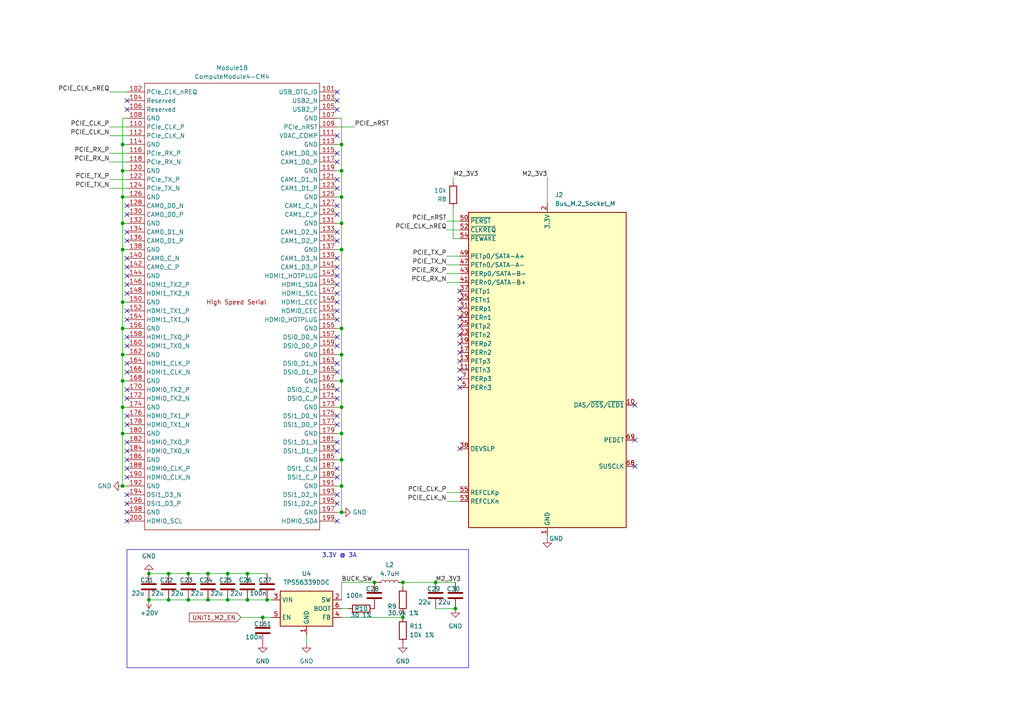
<source format=kicad_sch>
(kicad_sch (version 20231120) (generator "eeschema") (generator_version "8.0")
  (paper "A4")
  (lib_symbols
    (symbol "Connector:Bus_M.2_Socket_M"
      (property "Reference" "J" (at -22.86 46.99 0))
      (property "Value" "Bus_M.2_Socket_M" (at 16.51 46.99 0))
      (symbol "Bus_M.2_Socket_M_0_1"
        (rectangle (start -22.86 45.72) (end 22.86 -45.72) (stroke (width 0.254)) (fill (type background)))
      )
      (symbol "Bus_M.2_Socket_M_1_1"
        (pin power_in line (at 0 -48.26 90) (length 2.54) (name "GND") (number "1"))
        (pin bidirectional line (at 25.4 -10.16 180) (length 2.54) (name "DAS/~{DSS}/~{LED1}") (number "10"))
        (pin output line (at -25.4 0 0) (length 2.54) (name "PETn3") (number "11"))
        (pin passive line (at 0 48.26 270) (length 2.54) hide (name "3.3V") (number "12"))
        (pin output line (at -25.4 2.54 0) (length 2.54) (name "PETp3") (number "13"))
        (pin passive line (at 0 48.26 270) (length 2.54) hide (name "3.3V") (number "14"))
        (pin passive line (at 0 -48.26 90) (length 2.54) hide (name "GND") (number "15"))
        (pin passive line (at 0 48.26 270) (length 2.54) hide (name "3.3V") (number "16"))
        (pin input line (at -25.4 5.08 0) (length 2.54) (name "PERn2") (number "17"))
        (pin passive line (at 0 48.26 270) (length 2.54) hide (name "3.3V") (number "18"))
        (pin input line (at -25.4 7.62 0) (length 2.54) (name "PERp2") (number "19"))
        (pin power_in line (at 0 48.26 270) (length 2.54) (name "3.3V") (number "2"))
        (pin no_connect line (at 22.86 2.54 180) (length 2.54) hide (name "NC") (number "20"))
        (pin passive line (at 0 -48.26 90) (length 2.54) hide (name "GND") (number "21"))
        (pin no_connect line (at 22.86 5.08 180) (length 2.54) hide (name "NC") (number "22"))
        (pin output line (at -25.4 10.16 0) (length 2.54) (name "PETn2") (number "23"))
        (pin no_connect line (at 22.86 7.62 180) (length 2.54) hide (name "NC") (number "24"))
        (pin output line (at -25.4 12.7 0) (length 2.54) (name "PETp2") (number "25"))
        (pin no_connect line (at 22.86 10.16 180) (length 2.54) hide (name "NC") (number "26"))
        (pin passive line (at 0 -48.26 90) (length 2.54) hide (name "GND") (number "27"))
        (pin no_connect line (at 22.86 12.7 180) (length 2.54) hide (name "NC") (number "28"))
        (pin input line (at -25.4 15.24 0) (length 2.54) (name "PERn1") (number "29"))
        (pin passive line (at 0 -48.26 90) (length 2.54) hide (name "GND") (number "3"))
        (pin no_connect line (at 22.86 15.24 180) (length 2.54) hide (name "NC") (number "30"))
        (pin input line (at -25.4 17.78 0) (length 2.54) (name "PERp1") (number "31"))
        (pin no_connect line (at 22.86 17.78 180) (length 2.54) hide (name "NC") (number "32"))
        (pin passive line (at 0 -48.26 90) (length 2.54) hide (name "GND") (number "33"))
        (pin no_connect line (at 22.86 20.32 180) (length 2.54) hide (name "NC") (number "34"))
        (pin output line (at -25.4 20.32 0) (length 2.54) (name "PETn1") (number "35"))
        (pin no_connect line (at 22.86 22.86 180) (length 2.54) hide (name "NC") (number "36"))
        (pin output line (at -25.4 22.86 0) (length 2.54) (name "PETp1") (number "37"))
        (pin output line (at -25.4 -22.86 0) (length 2.54) (name "DEVSLP") (number "38"))
        (pin passive line (at 0 -48.26 90) (length 2.54) hide (name "GND") (number "39"))
        (pin passive line (at 0 48.26 270) (length 2.54) hide (name "3.3V") (number "4"))
        (pin no_connect line (at 22.86 25.4 180) (length 2.54) hide (name "NC") (number "40"))
        (pin input line (at -25.4 25.4 0) (length 2.54) (name "PERn0/SATA-B+") (number "41"))
        (pin no_connect line (at 22.86 27.94 180) (length 2.54) hide (name "NC") (number "42"))
        (pin input line (at -25.4 27.94 0) (length 2.54) (name "PERp0/SATA-B-") (number "43"))
        (pin no_connect line (at 22.86 30.48 180) (length 2.54) hide (name "NC") (number "44"))
        (pin passive line (at 0 -48.26 90) (length 2.54) hide (name "GND") (number "45"))
        (pin no_connect line (at 22.86 33.02 180) (length 2.54) hide (name "NC") (number "46"))
        (pin output line (at -25.4 30.48 0) (length 2.54) (name "PETn0/SATA-A-") (number "47"))
        (pin no_connect line (at 22.86 35.56 180) (length 2.54) hide (name "NC") (number "48"))
        (pin output line (at -25.4 33.02 0) (length 2.54) (name "PETp0/SATA-A+") (number "49"))
        (pin input line (at -25.4 -5.08 0) (length 2.54) (name "PERn3") (number "5"))
        (pin output line (at -25.4 43.18 0) (length 2.54) (name "~{PERST}") (number "50"))
        (pin passive line (at 0 -48.26 90) (length 2.54) hide (name "GND") (number "51"))
        (pin bidirectional line (at -25.4 40.64 0) (length 2.54) (name "~{CLKREQ}") (number "52"))
        (pin output line (at -25.4 -38.1 0) (length 2.54) (name "REFCLKn") (number "53"))
        (pin bidirectional line (at -25.4 38.1 0) (length 2.54) (name "~{PEWAKE}") (number "54"))
        (pin output line (at -25.4 -35.56 0) (length 2.54) (name "REFCLKp") (number "55"))
        (pin no_connect line (at 22.86 38.1 180) (length 2.54) hide (name "NC") (number "56"))
        (pin passive line (at 0 -48.26 90) (length 2.54) hide (name "GND") (number "57"))
        (pin no_connect line (at 22.86 40.64 180) (length 2.54) hide (name "NC") (number "58"))
        (pin no_connect line (at 22.86 -2.54 180) (length 2.54) hide (name "NC") (number "6"))
        (pin no_connect line (at 22.86 -5.08 180) (length 2.54) hide (name "NC") (number "67"))
        (pin output line (at 25.4 -27.94 180) (length 2.54) (name "SUSCLK") (number "68"))
        (pin passive line (at 25.4 -20.32 180) (length 2.54) (name "PEDET") (number "69"))
        (pin input line (at -25.4 -2.54 0) (length 2.54) (name "PERp3") (number "7"))
        (pin passive line (at 0 48.26 270) (length 2.54) hide (name "3.3V") (number "70"))
        (pin passive line (at 0 -48.26 90) (length 2.54) hide (name "GND") (number "71"))
        (pin passive line (at 0 48.26 270) (length 2.54) hide (name "3.3V") (number "72"))
        (pin passive line (at 0 -48.26 90) (length 2.54) hide (name "GND") (number "73"))
        (pin passive line (at 0 48.26 270) (length 2.54) hide (name "3.3V") (number "74"))
        (pin passive line (at 0 -48.26 90) (length 2.54) hide (name "GND") (number "75"))
        (pin no_connect line (at 22.86 0 180) (length 2.54) hide (name "NC") (number "8"))
        (pin passive line (at 0 -48.26 90) (length 2.54) hide (name "GND") (number "9"))
      )
    )
    (symbol "Device:C" (pin_numbers hide) (pin_names (offset 0.254))
      (property "Reference" "C" (at 0.635 2.54 0))
      (property "Value" "C" (at 0.635 -2.54 0))
      (symbol "C_0_1"
        (polyline (pts (xy -2.032 -0.762) (xy 2.032 -0.762)) (stroke (width 0.508)))
        (polyline (pts (xy -2.032 0.762) (xy 2.032 0.762)) (stroke (width 0.508)))
      )
      (symbol "C_1_1"
        (pin passive line (at 0 3.81 270) (length 2.794) (name "~") (number "1"))
        (pin passive line (at 0 -3.81 90) (length 2.794) (name "~") (number "2"))
      )
    )
    (symbol "Device:L" (pin_numbers hide) (pin_names (offset 1.016) hide)
      (property "Reference" "L" (at -1.27 0 90))
      (property "Value" "L" (at 1.905 0 90))
      (symbol "L_0_1"
        (arc (start 0 -2.54) (mid 0.6323 -1.905) (end 0 -1.27))
        (arc (start 0 -1.27) (mid 0.6323 -0.635) (end 0 0))
        (arc (start 0 0) (mid 0.6323 0.635) (end 0 1.27))
        (arc (start 0 1.27) (mid 0.6323 1.905) (end 0 2.54))
      )
      (symbol "L_1_1"
        (pin passive line (at 0 3.81 270) (length 1.27) (name "1") (number "1"))
        (pin passive line (at 0 -3.81 90) (length 1.27) (name "2") (number "2"))
      )
    )
    (symbol "Device:R" (pin_numbers hide) (pin_names (offset 0))
      (property "Reference" "R" (at 2.032 0 90))
      (property "Value" "R" (at 0 0 90))
      (symbol "R_0_1"
        (rectangle (start -1.016 -2.54) (end 1.016 2.54) (stroke (width 0.254)))
      )
      (symbol "R_1_1"
        (pin passive line (at 0 3.81 270) (length 1.27) (name "~") (number "1"))
        (pin passive line (at 0 -3.81 90) (length 1.27) (name "~") (number "2"))
      )
    )
    (symbol "Magi:+20V" (power) (pin_names (offset 0))
      (property "Value" "+20V" (at 0 3.556 0))
      (symbol "+20V_0_1"
        (polyline (pts (xy -0.762 1.27) (xy 0 2.54)))
        (polyline (pts (xy 0 0) (xy 0 2.54)))
        (polyline (pts (xy 0 2.54) (xy 0.762 1.27)))
      )
      (symbol "+20V_1_1"
        (pin power_in line (at 0 0 90) (length 0) hide (name "+20V") (number "1"))
      )
    )
    (symbol "Magi:ComputeModule4-CM4"
      (property "Reference" "Module" (at 113.03 -68.58 0))
      (property "Value" "ComputeModule4-CM4" (at 140.97 2.54 0))
      (property "Field4" "Hirose" (at 0 0 0))
      (property "Field5" "2x DF40C-100DS-0.4V" (at 0 -2.54 0))
      (symbol "ComputeModule4-CM4_1_0"
        (text "GPIO" (at 0 6.35 0) (effects (font (size 1.27 1.27))))
      )
      (symbol "ComputeModule4-CM4_1_1"
        (rectangle (start -30.48 -71.12) (end 25.4 58.42))
        (text "600mA Max" (at -8.89 -53.34 0) (effects (font (size 1.27 1.27))))
        (text "600mA Max" (at -8.89 -48.26 0) (effects (font (size 1.27 1.27))))
        (text "NB SD signals are only available" (at -1.27 -27.94 0) (effects (font (size 1.27 1.27))))
        (text "on modules without eMMC" (at -1.27 -30.48 0) (effects (font (size 1.27 1.27))))
        (pin power_in line (at 27.94 55.88 180) (length 2.54) (name "GND") (number "1"))
        (pin passive line (at -33.02 45.72 0) (length 2.54) (name "Ethernet_Pair0_N") (number "10"))
        (pin output line (at -33.02 -68.58 0) (length 2.54) (name "nEXTRST") (number "100"))
        (pin passive line (at 27.94 43.18 180) (length 2.54) (name "Ethernet_Pair2_P") (number "11"))
        (pin passive line (at -33.02 43.18 0) (length 2.54) (name "Ethernet_Pair0_P") (number "12"))
        (pin power_in line (at 27.94 40.64 180) (length 2.54) (name "GND") (number "13"))
        (pin power_in line (at -33.02 40.64 0) (length 2.54) (name "GND") (number "14"))
        (pin output line (at 27.94 38.1 180) (length 2.54) (name "Ethernet_nLED3(3.3v)") (number "15"))
        (pin input line (at -33.02 38.1 0) (length 2.54) (name "Ethernet_SYNC_IN(1.8v)") (number "16"))
        (pin output line (at 27.94 35.56 180) (length 2.54) (name "Ethernet_nLED2(3.3v)") (number "17"))
        (pin input line (at -33.02 35.56 0) (length 2.54) (name "Ethernet_SYNC_OUT(1.8v)") (number "18"))
        (pin output line (at 27.94 33.02 180) (length 2.54) (name "Ethernet_nLED1(3.3v)") (number "19"))
        (pin power_in line (at -33.02 55.88 0) (length 2.54) (name "GND") (number "2"))
        (pin passive line (at -33.02 33.02 0) (length 2.54) (name "EEPROM_nWP") (number "20"))
        (pin open_collector line (at 27.94 30.48 180) (length 2.54) (name "PI_nLED_Activity") (number "21"))
        (pin power_in line (at -33.02 30.48 0) (length 2.54) (name "GND") (number "22"))
        (pin power_in line (at 27.94 27.94 180) (length 2.54) (name "GND") (number "23"))
        (pin passive line (at -33.02 27.94 0) (length 2.54) (name "GPIO26") (number "24"))
        (pin passive line (at 27.94 25.4 180) (length 2.54) (name "GPIO21") (number "25"))
        (pin passive line (at -33.02 25.4 0) (length 2.54) (name "GPIO19") (number "26"))
        (pin passive line (at 27.94 22.86 180) (length 2.54) (name "GPIO20") (number "27"))
        (pin passive line (at -33.02 22.86 0) (length 2.54) (name "GPIO13") (number "28"))
        (pin passive line (at 27.94 20.32 180) (length 2.54) (name "GPIO16") (number "29"))
        (pin passive line (at 27.94 53.34 180) (length 2.54) (name "Ethernet_Pair3_P") (number "3"))
        (pin passive line (at -33.02 20.32 0) (length 2.54) (name "GPIO6") (number "30"))
        (pin passive line (at 27.94 17.78 180) (length 2.54) (name "GPIO12") (number "31"))
        (pin power_in line (at -33.02 17.78 0) (length 2.54) (name "GND") (number "32"))
        (pin power_in line (at 27.94 15.24 180) (length 2.54) (name "GND") (number "33"))
        (pin passive line (at -33.02 15.24 0) (length 2.54) (name "GPIO5") (number "34"))
        (pin passive line (at 27.94 12.7 180) (length 2.54) (name "ID_SC") (number "35"))
        (pin passive line (at -33.02 12.7 0) (length 2.54) (name "ID_SD") (number "36"))
        (pin passive line (at 27.94 10.16 180) (length 2.54) (name "GPIO7") (number "37"))
        (pin passive line (at -33.02 10.16 0) (length 2.54) (name "GPIO11") (number "38"))
        (pin passive line (at 27.94 7.62 180) (length 2.54) (name "GPIO8") (number "39"))
        (pin passive line (at -33.02 53.34 0) (length 2.54) (name "Ethernet_Pair1_P") (number "4"))
        (pin passive line (at -33.02 7.62 0) (length 2.54) (name "GPIO9") (number "40"))
        (pin passive line (at 27.94 5.08 180) (length 2.54) (name "GPIO25") (number "41"))
        (pin power_in line (at -33.02 5.08 0) (length 2.54) (name "GND") (number "42"))
        (pin power_in line (at 27.94 2.54 180) (length 2.54) (name "GND") (number "43"))
        (pin passive line (at -33.02 2.54 0) (length 2.54) (name "GPIO10") (number "44"))
        (pin passive line (at 27.94 0 180) (length 2.54) (name "GPIO24") (number "45"))
        (pin passive line (at -33.02 0 0) (length 2.54) (name "GPIO22") (number "46"))
        (pin passive line (at 27.94 -2.54 180) (length 2.54) (name "GPIO23") (number "47"))
        (pin passive line (at -33.02 -2.54 0) (length 2.54) (name "GPIO27") (number "48"))
        (pin passive line (at 27.94 -5.08 180) (length 2.54) (name "GPIO18") (number "49"))
        (pin passive line (at 27.94 50.8 180) (length 2.54) (name "Ethernet_Pair3_N") (number "5"))
        (pin passive line (at -33.02 -5.08 0) (length 2.54) (name "GPIO17") (number "50"))
        (pin passive line (at 27.94 -7.62 180) (length 2.54) (name "GPIO15") (number "51"))
        (pin power_in line (at -33.02 -7.62 0) (length 2.54) (name "GND") (number "52"))
        (pin power_in line (at 27.94 -10.16 180) (length 2.54) (name "GND") (number "53"))
        (pin passive line (at -33.02 -10.16 0) (length 2.54) (name "GPIO4") (number "54"))
        (pin passive line (at 27.94 -12.7 180) (length 2.54) (name "GPIO14") (number "55"))
        (pin passive line (at -33.02 -12.7 0) (length 2.54) (name "GPIO3") (number "56"))
        (pin passive line (at 27.94 -15.24 180) (length 2.54) (name "SD_CLK") (number "57"))
        (pin passive line (at -33.02 -15.24 0) (length 2.54) (name "GPIO2") (number "58"))
        (pin power_in line (at 27.94 -17.78 180) (length 2.54) (name "GND") (number "59"))
        (pin passive line (at -33.02 50.8 0) (length 2.54) (name "Ethernet_Pair1_N") (number "6"))
        (pin power_in line (at -33.02 -17.78 0) (length 2.54) (name "GND") (number "60"))
        (pin passive line (at 27.94 -20.32 180) (length 2.54) (name "SD_DAT3") (number "61"))
        (pin passive line (at -33.02 -20.32 0) (length 2.54) (name "SD_CMD") (number "62"))
        (pin passive line (at 27.94 -22.86 180) (length 2.54) (name "SD_DAT0") (number "63"))
        (pin passive line (at -33.02 -22.86 0) (length 2.54) (name "SD_DAT5") (number "64"))
        (pin power_in line (at 27.94 -25.4 180) (length 2.54) (name "GND") (number "65"))
        (pin power_in line (at -33.02 -25.4 0) (length 2.54) (name "GND") (number "66"))
        (pin passive line (at 27.94 -27.94 180) (length 2.54) (name "SD_DAT1") (number "67"))
        (pin passive line (at -33.02 -27.94 0) (length 2.54) (name "SD_DAT4") (number "68"))
        (pin passive line (at 27.94 -30.48 180) (length 2.54) (name "SD_DAT2") (number "69"))
        (pin power_in line (at 27.94 48.26 180) (length 2.54) (name "GND") (number "7"))
        (pin passive line (at -33.02 -30.48 0) (length 2.54) (name "SD_DAT7") (number "70"))
        (pin power_in line (at 27.94 -33.02 180) (length 2.54) (name "GND") (number "71"))
        (pin passive line (at -33.02 -33.02 0) (length 2.54) (name "SD_DAT6") (number "72"))
        (pin input line (at 27.94 -35.56 180) (length 2.54) (name "SD_VDD_Override") (number "73"))
        (pin power_in line (at -33.02 -35.56 0) (length 2.54) (name "GND") (number "74"))
        (pin output line (at 27.94 -38.1 180) (length 2.54) (name "SD_PWR_ON") (number "75"))
        (pin passive line (at -33.02 -38.1 0) (length 2.54) (name "Reserved") (number "76"))
        (pin power_in line (at 27.94 -40.64 180) (length 2.54) (name "+5v_(Input)") (number "77"))
        (pin power_in line (at -33.02 -40.64 0) (length 2.54) (name "GPIO_VREF(1.8v/3.3v_Input)") (number "78"))
        (pin power_in line (at 27.94 -43.18 180) (length 2.54) (name "+5v_(Input)") (number "79"))
        (pin power_in line (at -33.02 48.26 0) (length 2.54) (name "GND") (number "8"))
        (pin passive line (at -33.02 -43.18 0) (length 2.54) (name "SCL0") (number "80"))
        (pin power_in line (at 27.94 -45.72 180) (length 2.54) (name "+5v_(Input)") (number "81"))
        (pin passive line (at -33.02 -45.72 0) (length 2.54) (name "SDA0") (number "82"))
        (pin power_in line (at 27.94 -48.26 180) (length 2.54) (name "+5v_(Input)") (number "83"))
        (pin power_out line (at -33.02 -48.26 0) (length 2.54) (name "+3.3v_(Output)") (number "84"))
        (pin power_in line (at 27.94 -50.8 180) (length 2.54) (name "+5v_(Input)") (number "85"))
        (pin power_out line (at -33.02 -50.8 0) (length 2.54) (name "+3.3v_(Output)") (number "86"))
        (pin power_in line (at 27.94 -53.34 180) (length 2.54) (name "+5v_(Input)") (number "87"))
        (pin power_out line (at -33.02 -53.34 0) (length 2.54) (name "+1.8v_(Output)") (number "88"))
        (pin power_in line (at 27.94 -55.88 180) (length 2.54) (name "WiFi_nDisable") (number "89"))
        (pin passive line (at 27.94 45.72 180) (length 2.54) (name "Ethernet_Pair2_N") (number "9"))
        (pin power_out line (at -33.02 -55.88 0) (length 2.54) (name "+1.8v_(Output)") (number "90"))
        (pin power_in line (at 27.94 -58.42 180) (length 2.54) (name "BT_nDisable") (number "91"))
        (pin passive line (at -33.02 -58.42 0) (length 2.54) (name "RUN_PG") (number "92"))
        (pin input line (at 27.94 -60.96 180) (length 2.54) (name "nRPIBOOT") (number "93"))
        (pin passive line (at -33.02 -60.96 0) (length 2.54) (name "AnalogIP1") (number "94"))
        (pin output line (at 27.94 -63.5 180) (length 2.54) (name "nPI_LED_PWR") (number "95"))
        (pin passive line (at -33.02 -63.5 0) (length 2.54) (name "AnalogIP0") (number "96"))
        (pin passive line (at 27.94 -66.04 180) (length 2.54) (name "Camera_GPIO") (number "97"))
        (pin power_in line (at -33.02 -66.04 0) (length 2.54) (name "GND") (number "98"))
        (pin input line (at 27.94 -68.58 180) (length 2.54) (name "Global_EN") (number "99"))
      )
      (symbol "ComputeModule4-CM4_2_1"
        (rectangle (start 114.3 -66.04) (end 165.1 63.5))
        (text "High Speed Serial" (at 140.97 0 0) (effects (font (size 1.27 1.27))))
        (pin input line (at 170.18 60.96 180) (length 5.08) (name "USB_OTG_ID") (number "101"))
        (pin input line (at 109.22 60.96 0) (length 5.08) (name "PCIe_CLK_nREQ") (number "102"))
        (pin passive line (at 170.18 58.42 180) (length 5.08) (name "USB2_N") (number "103"))
        (pin passive line (at 109.22 58.42 0) (length 5.08) (name "Reserved") (number "104"))
        (pin passive line (at 170.18 55.88 180) (length 5.08) (name "USB2_P") (number "105"))
        (pin passive line (at 109.22 55.88 0) (length 5.08) (name "Reserved") (number "106"))
        (pin power_in line (at 170.18 53.34 180) (length 5.08) (name "GND") (number "107"))
        (pin power_in line (at 109.22 53.34 0) (length 5.08) (name "GND") (number "108"))
        (pin bidirectional line (at 170.18 50.8 180) (length 5.08) (name "PCIe_nRST") (number "109"))
        (pin output line (at 109.22 50.8 0) (length 5.08) (name "PCIe_CLK_P") (number "110"))
        (pin passive line (at 170.18 48.26 180) (length 5.08) (name "VDAC_COMP") (number "111"))
        (pin output line (at 109.22 48.26 0) (length 5.08) (name "PCIe_CLK_N") (number "112"))
        (pin power_in line (at 170.18 45.72 180) (length 5.08) (name "GND") (number "113"))
        (pin power_in line (at 109.22 45.72 0) (length 5.08) (name "GND") (number "114"))
        (pin input line (at 170.18 43.18 180) (length 5.08) (name "CAM1_D0_N") (number "115"))
        (pin input line (at 109.22 43.18 0) (length 5.08) (name "PCIe_RX_P") (number "116"))
        (pin input line (at 170.18 40.64 180) (length 5.08) (name "CAM1_D0_P") (number "117"))
        (pin input line (at 109.22 40.64 0) (length 5.08) (name "PCIe_RX_N") (number "118"))
        (pin power_in line (at 170.18 38.1 180) (length 5.08) (name "GND") (number "119"))
        (pin power_in line (at 109.22 38.1 0) (length 5.08) (name "GND") (number "120"))
        (pin input line (at 170.18 35.56 180) (length 5.08) (name "CAM1_D1_N") (number "121"))
        (pin output line (at 109.22 35.56 0) (length 5.08) (name "PCIe_TX_P") (number "122"))
        (pin input line (at 170.18 33.02 180) (length 5.08) (name "CAM1_D1_P") (number "123"))
        (pin output line (at 109.22 33.02 0) (length 5.08) (name "PCIe_TX_N") (number "124"))
        (pin power_in line (at 170.18 30.48 180) (length 5.08) (name "GND") (number "125"))
        (pin power_in line (at 109.22 30.48 0) (length 5.08) (name "GND") (number "126"))
        (pin input line (at 170.18 27.94 180) (length 5.08) (name "CAM1_C_N") (number "127"))
        (pin input line (at 109.22 27.94 0) (length 5.08) (name "CAM0_D0_N") (number "128"))
        (pin input line (at 170.18 25.4 180) (length 5.08) (name "CAM1_C_P") (number "129"))
        (pin input line (at 109.22 25.4 0) (length 5.08) (name "CAM0_D0_P") (number "130"))
        (pin power_in line (at 170.18 22.86 180) (length 5.08) (name "GND") (number "131"))
        (pin power_in line (at 109.22 22.86 0) (length 5.08) (name "GND") (number "132"))
        (pin input line (at 170.18 20.32 180) (length 5.08) (name "CAM1_D2_N") (number "133"))
        (pin input line (at 109.22 20.32 0) (length 5.08) (name "CAM0_D1_N") (number "134"))
        (pin input line (at 170.18 17.78 180) (length 5.08) (name "CAM1_D2_P") (number "135"))
        (pin input line (at 109.22 17.78 0) (length 5.08) (name "CAM0_D1_P") (number "136"))
        (pin power_in line (at 170.18 15.24 180) (length 5.08) (name "GND") (number "137"))
        (pin power_in line (at 109.22 15.24 0) (length 5.08) (name "GND") (number "138"))
        (pin input line (at 170.18 12.7 180) (length 5.08) (name "CAM1_D3_N") (number "139"))
        (pin input line (at 109.22 12.7 0) (length 5.08) (name "CAM0_C_N") (number "140"))
        (pin input line (at 170.18 10.16 180) (length 5.08) (name "CAM1_D3_P") (number "141"))
        (pin input line (at 109.22 10.16 0) (length 5.08) (name "CAM0_C_P") (number "142"))
        (pin input line (at 170.18 7.62 180) (length 5.08) (name "HDMI1_HOTPLUG") (number "143"))
        (pin power_in line (at 109.22 7.62 0) (length 5.08) (name "GND") (number "144"))
        (pin bidirectional line (at 170.18 5.08 180) (length 5.08) (name "HDMI1_SDA") (number "145"))
        (pin output line (at 109.22 5.08 0) (length 5.08) (name "HDMI1_TX2_P") (number "146"))
        (pin open_collector line (at 170.18 2.54 180) (length 5.08) (name "HDMI1_SCL") (number "147"))
        (pin output line (at 109.22 2.54 0) (length 5.08) (name "HDMI1_TX2_N") (number "148"))
        (pin open_collector line (at 170.18 0 180) (length 5.08) (name "HDMI1_CEC") (number "149"))
        (pin power_in line (at 109.22 0 0) (length 5.08) (name "GND") (number "150"))
        (pin open_collector line (at 170.18 -2.54 180) (length 5.08) (name "HDMI0_CEC") (number "151"))
        (pin output line (at 109.22 -2.54 0) (length 5.08) (name "HDMI1_TX1_P") (number "152"))
        (pin input line (at 170.18 -5.08 180) (length 5.08) (name "HDMI0_HOTPLUG") (number "153"))
        (pin output line (at 109.22 -5.08 0) (length 5.08) (name "HDMI1_TX1_N") (number "154"))
        (pin power_in line (at 170.18 -7.62 180) (length 5.08) (name "GND") (number "155"))
        (pin power_in line (at 109.22 -7.62 0) (length 5.08) (name "GND") (number "156"))
        (pin output line (at 170.18 -10.16 180) (length 5.08) (name "DSI0_D0_N") (number "157"))
        (pin output line (at 109.22 -10.16 0) (length 5.08) (name "HDMI1_TX0_P") (number "158"))
        (pin output line (at 170.18 -12.7 180) (length 5.08) (name "DSI0_D0_P") (number "159"))
        (pin output line (at 109.22 -12.7 0) (length 5.08) (name "HDMI1_TX0_N") (number "160"))
        (pin power_in line (at 170.18 -15.24 180) (length 5.08) (name "GND") (number "161"))
        (pin power_in line (at 109.22 -15.24 0) (length 5.08) (name "GND") (number "162"))
        (pin output line (at 170.18 -17.78 180) (length 5.08) (name "DSI0_D1_N") (number "163"))
        (pin output line (at 109.22 -17.78 0) (length 5.08) (name "HDMI1_CLK_P") (number "164"))
        (pin output line (at 170.18 -20.32 180) (length 5.08) (name "DSI0_D1_P") (number "165"))
        (pin output line (at 109.22 -20.32 0) (length 5.08) (name "HDMI1_CLK_N") (number "166"))
        (pin power_in line (at 170.18 -22.86 180) (length 5.08) (name "GND") (number "167"))
        (pin power_in line (at 109.22 -22.86 0) (length 5.08) (name "GND") (number "168"))
        (pin output line (at 170.18 -25.4 180) (length 5.08) (name "DSI0_C_N") (number "169"))
        (pin output line (at 109.22 -25.4 0) (length 5.08) (name "HDMI0_TX2_P") (number "170"))
        (pin output line (at 170.18 -27.94 180) (length 5.08) (name "DSI0_C_P") (number "171"))
        (pin output line (at 109.22 -27.94 0) (length 5.08) (name "HDMI0_TX2_N") (number "172"))
        (pin power_in line (at 170.18 -30.48 180) (length 5.08) (name "GND") (number "173"))
        (pin power_in line (at 109.22 -30.48 0) (length 5.08) (name "GND") (number "174"))
        (pin output line (at 170.18 -33.02 180) (length 5.08) (name "DSI1_D0_N") (number "175"))
        (pin output line (at 109.22 -33.02 0) (length 5.08) (name "HDMI0_TX1_P") (number "176"))
        (pin output line (at 170.18 -35.56 180) (length 5.08) (name "DSI1_D0_P") (number "177"))
        (pin output line (at 109.22 -35.56 0) (length 5.08) (name "HDMI0_TX1_N") (number "178"))
        (pin power_in line (at 170.18 -38.1 180) (length 5.08) (name "GND") (number "179"))
        (pin power_in line (at 109.22 -38.1 0) (length 5.08) (name "GND") (number "180"))
        (pin output line (at 170.18 -40.64 180) (length 5.08) (name "DSI1_D1_N") (number "181"))
        (pin output line (at 109.22 -40.64 0) (length 5.08) (name "HDMI0_TX0_P") (number "182"))
        (pin output line (at 170.18 -43.18 180) (length 5.08) (name "DSI1_D1_P") (number "183"))
        (pin output line (at 109.22 -43.18 0) (length 5.08) (name "HDMI0_TX0_N") (number "184"))
        (pin power_in line (at 170.18 -45.72 180) (length 5.08) (name "GND") (number "185"))
        (pin power_in line (at 109.22 -45.72 0) (length 5.08) (name "GND") (number "186"))
        (pin output line (at 170.18 -48.26 180) (length 5.08) (name "DSI1_C_N") (number "187"))
        (pin output line (at 109.22 -48.26 0) (length 5.08) (name "HDMI0_CLK_P") (number "188"))
        (pin output line (at 170.18 -50.8 180) (length 5.08) (name "DSI1_C_P") (number "189"))
        (pin output line (at 109.22 -50.8 0) (length 5.08) (name "HDMI0_CLK_N") (number "190"))
        (pin power_in line (at 170.18 -53.34 180) (length 5.08) (name "GND") (number "191"))
        (pin power_in line (at 109.22 -53.34 0) (length 5.08) (name "GND") (number "192"))
        (pin output line (at 170.18 -55.88 180) (length 5.08) (name "DSI1_D2_N") (number "193"))
        (pin output line (at 109.22 -55.88 0) (length 5.08) (name "DSI1_D3_N") (number "194"))
        (pin output line (at 170.18 -58.42 180) (length 5.08) (name "DSI1_D2_P") (number "195"))
        (pin output line (at 109.22 -58.42 0) (length 5.08) (name "DSI1_D3_P") (number "196"))
        (pin power_in line (at 170.18 -60.96 180) (length 5.08) (name "GND") (number "197"))
        (pin power_in line (at 109.22 -60.96 0) (length 5.08) (name "GND") (number "198"))
        (pin bidirectional line (at 170.18 -63.5 180) (length 5.08) (name "HDMI0_SDA") (number "199"))
        (pin open_collector line (at 109.22 -63.5 0) (length 5.08) (name "HDMI0_SCL") (number "200"))
      )
    )
    (symbol "Regulator_Switching:TPS56339DDC"
      (property "Reference" "U" (at -7.62 6.35 0))
      (property "Value" "TPS56339DDC" (at -2.54 6.35 0))
      (symbol "TPS56339DDC_0_1"
        (rectangle (start -7.62 5.08) (end 7.62 -5.08) (stroke (width 0.254)) (fill (type background)))
      )
      (symbol "TPS56339DDC_1_1"
        (pin power_in line (at 0 -7.62 90) (length 2.54) (name "GND") (number "1"))
        (pin power_out line (at 10.16 2.54 180) (length 2.54) (name "SW") (number "2"))
        (pin power_in line (at -10.16 2.54 0) (length 2.54) (name "VIN") (number "3"))
        (pin input line (at 10.16 -2.54 180) (length 2.54) (name "FB") (number "4"))
        (pin input line (at -10.16 -2.54 0) (length 2.54) (name "EN") (number "5"))
        (pin passive line (at 10.16 0 180) (length 2.54) (name "BOOT") (number "6"))
      )
    )
    (symbol "power:GND" (power) (pin_names (offset 0))
      (property "Value" "GND" (at 0 -3.81 0))
      (symbol "GND_0_1"
        (polyline (pts (xy 0 0) (xy 0 -1.27) (xy 1.27 -1.27) (xy 0 -2.54) (xy -1.27 -1.27) (xy 0 -1.27)))
      )
      (symbol "GND_1_1"
        (pin power_in line (at 0 0 270) (length 0) hide (name "GND") (number "1"))
      )
    )
  )
  (junction (at 99.06 148.59))
  (junction (at 99.06 72.39))
  (junction (at 99.06 140.97))
  (junction (at 71.755 166.37))
  (junction (at 99.06 102.87))
  (junction (at 35.56 118.11))
  (junction (at 99.06 95.25))
  (junction (at 99.06 133.35))
  (junction (at 77.47 173.99))
  (junction (at 60.325 173.99))
  (junction (at 116.84 168.91))
  (junction (at 126.365 168.91))
  (junction (at 99.06 41.91))
  (junction (at 35.56 57.15))
  (junction (at 35.56 110.49))
  (junction (at 35.56 49.53))
  (junction (at 43.18 173.99))
  (junction (at 35.56 140.97))
  (junction (at 35.56 72.39))
  (junction (at 99.06 49.53))
  (junction (at 35.56 125.73))
  (junction (at 99.06 110.49))
  (junction (at 48.895 166.37))
  (junction (at 35.56 64.77))
  (junction (at 35.56 102.87))
  (junction (at 66.04 166.37))
  (junction (at 99.06 57.15))
  (junction (at 108.585 168.91))
  (junction (at 99.06 64.77))
  (junction (at 43.18 166.37))
  (junction (at 35.56 87.63))
  (junction (at 35.56 95.25))
  (junction (at 116.84 179.07))
  (junction (at 71.755 173.99))
  (junction (at 60.325 166.37))
  (junction (at 76.2 179.07))
  (junction (at 132.08 176.53))
  (junction (at 54.61 166.37))
  (junction (at 99.06 125.73))
  (junction (at 66.04 173.99))
  (junction (at 99.06 118.11))
  (junction (at 54.61 173.99))
  (junction (at 48.895 173.99))
  (junction (at 35.56 41.91))
  (no_connect (at 36.83 146.05))
  (no_connect (at 97.79 115.57))
  (no_connect (at 97.79 123.19))
  (no_connect (at 133.35 112.395))
  (no_connect (at 97.79 90.17))
  (no_connect (at 133.35 94.615))
  (no_connect (at 36.83 138.43))
  (no_connect (at 97.79 107.95))
  (no_connect (at 97.79 46.99))
  (no_connect (at 36.83 77.47))
  (no_connect (at 97.79 100.33))
  (no_connect (at 97.79 74.93))
  (no_connect (at 36.83 74.93))
  (no_connect (at 97.79 77.47))
  (no_connect (at 97.79 82.55))
  (no_connect (at 97.79 29.21))
  (no_connect (at 36.83 59.69))
  (no_connect (at 97.79 80.01))
  (no_connect (at 133.35 97.155))
  (no_connect (at 36.83 97.79))
  (no_connect (at 97.79 69.85))
  (no_connect (at 97.79 120.65))
  (no_connect (at 36.83 143.51))
  (no_connect (at 184.15 127.635))
  (no_connect (at 36.83 115.57))
  (no_connect (at 133.35 89.535))
  (no_connect (at 36.83 123.19))
  (no_connect (at 36.83 128.27))
  (no_connect (at 97.79 85.09))
  (no_connect (at 97.79 97.79))
  (no_connect (at 36.83 82.55))
  (no_connect (at 36.83 92.71))
  (no_connect (at 36.83 151.13))
  (no_connect (at 36.83 130.81))
  (no_connect (at 133.35 130.175))
  (no_connect (at 97.79 39.37))
  (no_connect (at 97.79 26.67))
  (no_connect (at 97.79 105.41))
  (no_connect (at 97.79 44.45))
  (no_connect (at 97.79 143.51))
  (no_connect (at 97.79 54.61))
  (no_connect (at 36.83 105.41))
  (no_connect (at 97.79 151.13))
  (no_connect (at 97.79 135.89))
  (no_connect (at 133.35 109.855))
  (no_connect (at 133.35 86.995))
  (no_connect (at 36.83 107.95))
  (no_connect (at 36.83 113.03))
  (no_connect (at 97.79 87.63))
  (no_connect (at 97.79 113.03))
  (no_connect (at 133.35 84.455))
  (no_connect (at 133.35 104.775))
  (no_connect (at 184.15 117.475))
  (no_connect (at 36.83 100.33))
  (no_connect (at 36.83 29.21))
  (no_connect (at 97.79 67.31))
  (no_connect (at 97.79 92.71))
  (no_connect (at 36.83 69.85))
  (no_connect (at 97.79 62.23))
  (no_connect (at 133.35 99.695))
  (no_connect (at 97.79 128.27))
  (no_connect (at 133.35 92.075))
  (no_connect (at 97.79 146.05))
  (no_connect (at 36.83 148.59))
  (no_connect (at 36.83 135.89))
  (no_connect (at 36.83 67.31))
  (no_connect (at 133.35 102.235))
  (no_connect (at 97.79 130.81))
  (no_connect (at 97.79 31.75))
  (no_connect (at 36.83 31.75))
  (no_connect (at 36.83 133.35))
  (no_connect (at 184.15 135.255))
  (no_connect (at 36.83 80.01))
  (no_connect (at 36.83 120.65))
  (no_connect (at 97.79 138.43))
  (no_connect (at 133.35 107.315))
  (no_connect (at 97.79 59.69))
  (no_connect (at 36.83 85.09))
  (no_connect (at 36.83 90.17))
  (no_connect (at 97.79 52.07))
  (no_connect (at 36.83 62.23))
  (wire (pts (xy 129.54 76.835) (xy 133.35 76.835)))
  (wire (pts (xy 35.56 41.91) (xy 36.83 41.91)))
  (wire (pts (xy 131.445 51.435) (xy 131.445 52.705)))
  (wire (pts (xy 97.79 41.91) (xy 99.06 41.91)))
  (wire (pts (xy 48.895 166.37) (xy 54.61 166.37)))
  (wire (pts (xy 131.445 60.325) (xy 131.445 69.215)))
  (wire (pts (xy 66.04 166.37) (xy 71.755 166.37)))
  (wire (pts (xy 35.56 102.87) (xy 35.56 110.49)))
  (wire (pts (xy 35.56 57.15) (xy 36.83 57.15)))
  (wire (pts (xy 99.06 41.91) (xy 99.06 49.53)))
  (wire (pts (xy 129.54 142.875) (xy 133.35 142.875)))
  (wire (pts (xy 99.06 179.07) (xy 116.84 179.07)))
  (wire (pts (xy 116.84 179.07) (xy 116.84 177.8)))
  (wire (pts (xy 99.06 95.25) (xy 99.06 102.87)))
  (wire (pts (xy 35.56 118.11) (xy 36.83 118.11)))
  (wire (pts (xy 54.61 166.37) (xy 60.325 166.37)))
  (wire (pts (xy 35.56 95.25) (xy 36.83 95.25)))
  (wire (pts (xy 60.325 173.99) (xy 66.04 173.99)))
  (wire (pts (xy 158.75 51.435) (xy 158.75 59.055)))
  (wire (pts (xy 69.85 179.07) (xy 76.2 179.07)))
  (wire (pts (xy 97.79 110.49) (xy 99.06 110.49)))
  (wire (pts (xy 97.79 49.53) (xy 99.06 49.53)))
  (wire (pts (xy 35.56 41.91) (xy 35.56 49.53)))
  (wire (pts (xy 77.47 173.99) (xy 78.74 173.99)))
  (wire (pts (xy 97.79 125.73) (xy 99.06 125.73)))
  (wire (pts (xy 116.84 170.18) (xy 116.84 168.91)))
  (wire (pts (xy 129.54 79.375) (xy 133.35 79.375)))
  (wire (pts (xy 126.365 168.91) (xy 132.08 168.91)))
  (wire (pts (xy 35.56 118.11) (xy 35.56 125.73)))
  (wire (pts (xy 31.75 54.61) (xy 36.83 54.61)))
  (wire (pts (xy 35.56 125.73) (xy 35.56 140.97)))
  (wire (pts (xy 35.56 34.29) (xy 35.56 41.91)))
  (wire (pts (xy 76.2 179.07) (xy 78.74 179.07)))
  (wire (pts (xy 97.79 57.15) (xy 99.06 57.15)))
  (wire (pts (xy 99.06 110.49) (xy 99.06 118.11)))
  (wire (pts (xy 100.965 176.53) (xy 99.06 176.53)))
  (wire (pts (xy 43.18 173.99) (xy 48.895 173.99)))
  (wire (pts (xy 66.04 173.99) (xy 71.755 173.99)))
  (wire (pts (xy 35.56 95.25) (xy 35.56 102.87)))
  (wire (pts (xy 35.56 72.39) (xy 36.83 72.39)))
  (wire (pts (xy 35.56 49.53) (xy 36.83 49.53)))
  (wire (pts (xy 35.56 87.63) (xy 35.56 95.25)))
  (wire (pts (xy 158.75 156.21) (xy 158.75 155.575)))
  (wire (pts (xy 129.54 64.135) (xy 133.35 64.135)))
  (wire (pts (xy 99.06 34.29) (xy 99.06 41.91)))
  (wire (pts (xy 99.06 57.15) (xy 99.06 64.77)))
  (wire (pts (xy 129.54 145.415) (xy 133.35 145.415)))
  (wire (pts (xy 116.84 168.91) (xy 126.365 168.91)))
  (wire (pts (xy 71.755 166.37) (xy 77.47 166.37)))
  (wire (pts (xy 97.79 95.25) (xy 99.06 95.25)))
  (wire (pts (xy 97.79 133.35) (xy 99.06 133.35)))
  (wire (pts (xy 99.06 133.35) (xy 99.06 140.97)))
  (wire (pts (xy 35.56 64.77) (xy 36.83 64.77)))
  (wire (pts (xy 99.06 72.39) (xy 99.06 95.25)))
  (wire (pts (xy 97.79 140.97) (xy 99.06 140.97)))
  (wire (pts (xy 129.54 81.915) (xy 133.35 81.915)))
  (wire (pts (xy 48.895 173.99) (xy 54.61 173.99)))
  (wire (pts (xy 35.56 102.87) (xy 36.83 102.87)))
  (wire (pts (xy 31.75 44.45) (xy 36.83 44.45)))
  (wire (pts (xy 99.06 140.97) (xy 99.06 148.59)))
  (wire (pts (xy 35.56 57.15) (xy 35.56 64.77)))
  (wire (pts (xy 99.06 168.91) (xy 108.585 168.91)))
  (wire (pts (xy 97.79 64.77) (xy 99.06 64.77)))
  (wire (pts (xy 97.79 34.29) (xy 99.06 34.29)))
  (wire (pts (xy 129.54 74.295) (xy 133.35 74.295)))
  (wire (pts (xy 31.75 46.99) (xy 36.83 46.99)))
  (wire (pts (xy 97.79 102.87) (xy 99.06 102.87)))
  (wire (pts (xy 35.56 125.73) (xy 36.83 125.73)))
  (wire (pts (xy 97.79 72.39) (xy 99.06 72.39)))
  (wire (pts (xy 129.54 66.675) (xy 133.35 66.675)))
  (wire (pts (xy 99.06 125.73) (xy 99.06 133.35)))
  (wire (pts (xy 97.79 118.11) (xy 99.06 118.11)))
  (wire (pts (xy 35.56 49.53) (xy 35.56 57.15)))
  (wire (pts (xy 71.755 173.99) (xy 77.47 173.99)))
  (wire (pts (xy 35.56 87.63) (xy 36.83 87.63)))
  (wire (pts (xy 35.56 64.77) (xy 35.56 72.39)))
  (wire (pts (xy 99.06 102.87) (xy 99.06 110.49)))
  (wire (pts (xy 60.325 166.37) (xy 66.04 166.37)))
  (wire (pts (xy 99.06 118.11) (xy 99.06 125.73)))
  (wire (pts (xy 102.87 36.83) (xy 97.79 36.83)))
  (wire (pts (xy 36.83 34.29) (xy 35.56 34.29)))
  (wire (pts (xy 31.75 52.07) (xy 36.83 52.07)))
  (wire (pts (xy 131.445 69.215) (xy 133.35 69.215)))
  (wire (pts (xy 43.18 166.37) (xy 48.895 166.37)))
  (wire (pts (xy 35.56 140.97) (xy 36.83 140.97)))
  (wire (pts (xy 99.06 168.91) (xy 99.06 173.99)))
  (wire (pts (xy 99.06 64.77) (xy 99.06 72.39)))
  (wire (pts (xy 35.56 110.49) (xy 36.83 110.49)))
  (wire (pts (xy 35.56 110.49) (xy 35.56 118.11)))
  (wire (pts (xy 35.56 72.39) (xy 35.56 87.63)))
  (wire (pts (xy 31.75 26.67) (xy 36.83 26.67)))
  (wire (pts (xy 54.61 173.99) (xy 60.325 173.99)))
  (wire (pts (xy 99.06 49.53) (xy 99.06 57.15)))
  (wire (pts (xy 97.79 148.59) (xy 99.06 148.59)))
  (wire (pts (xy 31.75 39.37) (xy 36.83 39.37)))
  (wire (pts (xy 126.365 176.53) (xy 132.08 176.53)))
  (wire (pts (xy 88.9 186.69) (xy 88.9 184.15)))
  (wire (pts (xy 108.585 168.91) (xy 109.22 168.91)))
  (wire (pts (xy 31.75 36.83) (xy 36.83 36.83)))
  (rectangle (start 36.83 159.385) (end 135.89 193.675))
  (text "3.3V @ 3A" (at 93.345 161.925 0) (effects (font (size 1.27 1.27)) (justify left bottom)))
  (label "PCIE_TX_P" (at 129.54 74.295 180))
  (label "M2_3V3" (at 126.365 168.91 0))
  (label "PCIE_CLK_N" (at 129.54 145.415 180))
  (label "PCIE_CLK_P" (at 31.75 36.83 180))
  (label "PCIE_CLK_P" (at 129.54 142.875 180))
  (label "PCIE_nRST" (at 102.87 36.83 0))
  (label "PCIE_TX_N" (at 31.75 54.61 180))
  (label "PCIE_RX_P" (at 31.75 44.45 180))
  (label "M2_3V3" (at 131.445 51.435 0))
  (label "PCIE_RX_N" (at 129.54 81.915 180))
  (label "PCIE_TX_N" (at 129.54 76.835 180))
  (label "PCIE_TX_P" (at 31.75 52.07 180))
  (label "PCIE_nRST" (at 129.54 64.135 180))
  (label "M2_3V3" (at 158.75 51.435 180))
  (label "PCIE_RX_N" (at 31.75 46.99 180))
  (label "PCIE_CLK_nREQ" (at 31.75 26.67 180))
  (label "BUCK_SW" (at 99.06 168.91 0))
  (label "PCIE_CLK_N" (at 31.75 39.37 180))
  (label "PCIE_RX_P" (at 129.54 79.375 180))
  (label "PCIE_CLK_nREQ" (at 129.54 66.675 180))
  (global_label "UNIT1_M2_EN" (shape input) (at 69.85 179.07 180) (property "Intersheetrefs" "${INTERSHEET_REFS}" (effects (hide yes))))
  (symbol (lib_id "Connector:Bus_M.2_Socket_M") (at 158.75 107.315 0) (unit 1)
    (property "Reference" "J2" (at 160.9441 56.515 0) (effects (justify left)))
    (property "Value" "Bus_M.2_Socket_M" (at 160.9441 59.055 0) (effects (justify left)))
    (property "Footprint" "Magi:CONN-SMD_APCI0146-P001A" (effects (hide yes)))
    (property "Datasheet" "http://read.pudn.com/downloads794/doc/project/3133918/PCIe_M.2_Electromechanical_Spec_Rev1.0_Final_11012013_RS_Clean.pdf#page=155" (effects (hide yes)))
    (property "Manufacturer" "LOTES" (effects (hide yes)))
    (property "MPN" "APCI0146-P001A" (effects (hide yes)))
    (property "LCSC" "C841645" (effects (hide yes)))
  )
  (symbol (lib_id "power:GND") (at 158.75 156.21 0) (unit 1)
    (property "Reference" "#PWR016" (effects (hide yes)))
    (property "Value" "GND" (at 161.29 156.21 0))
  )
  (symbol (lib_id "Device:C") (at 77.47 170.18 0) (unit 1)
    (property "Reference" "C27" (at 74.93 168.275 0) (effects (justify left)))
    (property "Value" "100n" (at 72.39 172.085 0) (effects (justify left)))
    (property "Footprint" "Capacitor_SMD:C_0402_1005Metric" (effects (hide yes)))
    (property "Manufacturer" "Samsung" (effects (hide yes)))
    (property "MPN" "CL05B104KB54PNC" (effects (hide yes)))
    (property "LCSC" "C307331" (effects (hide yes)))
  )
  (symbol (lib_id "power:GND") (at 76.2 186.69 0) (unit 1)
    (property "Reference" "#PWR0136" (effects (hide yes)))
    (property "Value" "GND" (at 76.2 191.77 0))
  )
  (symbol (lib_id "Device:L") (at 113.03 168.91 90) (unit 1)
    (property "Reference" "L2" (at 113.03 163.83 90))
    (property "Value" "4.7uH" (at 113.03 166.37 90))
    (property "Footprint" "Inductor_SMD:L_Sunlord_MWSA0603S" (effects (hide yes)))
    (property "Manufacturer" "Sunlord" (effects (hide yes)))
    (property "MPN" "MWSA0603S-4R7MT" (effects (hide yes)))
    (property "LCSC" "C408447" (effects (hide yes)))
  )
  (symbol (lib_id "power:GND") (at 35.56 140.97 270) (unit 1)
    (property "Reference" "#PWR014" (effects (hide yes)))
    (property "Value" "GND" (at 32.385 140.97 90) (effects (justify right)))
  )
  (symbol (lib_id "Device:C") (at 66.04 170.18 0) (unit 1)
    (property "Reference" "C25" (at 63.5 168.275 0) (effects (justify left)))
    (property "Value" "22u" (at 60.96 172.085 0) (effects (justify left)))
    (property "Footprint" "Capacitor_SMD:C_0805_2012Metric" (effects (hide yes)))
    (property "Manufacturer" "Samsung" (effects (hide yes)))
    (property "MPN" "CL21A226MAQNNNE" (effects (hide yes)))
    (property "LCSC" "C45783" (effects (hide yes)))
  )
  (symbol (lib_id "Regulator_Switching:TPS56339DDC") (at 88.9 176.53 0) (unit 1)
    (property "Reference" "U4" (at 88.9 166.37 0))
    (property "Value" "TPS56339DDC" (at 88.9 168.91 0))
    (property "Footprint" "Package_TO_SOT_SMD:SOT-23-6" (effects (hide yes)))
    (property "Datasheet" "https://www.ti.com/lit/ds/symlink/tps56339.pdf" (effects (hide yes)))
    (property "Manufacturer" "Texas Instruments" (effects (hide yes)))
    (property "MPN" "TPS56339DDCR" (effects (hide yes)))
    (property "LCSC" "C2071106" (effects (hide yes)))
  )
  (symbol (lib_id "power:GND") (at 88.9 186.69 0) (unit 1)
    (property "Reference" "#PWR020" (effects (hide yes)))
    (property "Value" "GND" (at 88.9 191.77 0))
  )
  (symbol (lib_id "Device:C") (at 43.18 170.18 0) (unit 1)
    (property "Reference" "C21" (at 40.64 168.275 0) (effects (justify left)))
    (property "Value" "22u" (at 38.1 172.085 0) (effects (justify left)))
    (property "Footprint" "Capacitor_SMD:C_0805_2012Metric" (effects (hide yes)))
    (property "Manufacturer" "Samsung" (effects (hide yes)))
    (property "MPN" "CL21A226MAQNNNE" (effects (hide yes)))
    (property "LCSC" "C45783" (effects (hide yes)))
  )
  (symbol (lib_id "Device:R") (at 116.84 173.99 0) (unit 1)
    (property "Reference" "R9" (at 112.395 175.895 0) (effects (justify left)))
    (property "Value" "30.9k 1%" (at 112.395 177.8 0) (effects (justify left)))
    (property "Footprint" "Resistor_SMD:R_0402_1005Metric" (effects (hide yes)))
    (property "Manufacturer" "PANASONIC" (effects (hide yes)))
    (property "MPN" "ERJ2RKF3092X" (effects (hide yes)))
    (property "LCSC" "C416514" (effects (hide yes)))
  )
  (symbol (lib_id "Device:C") (at 60.325 170.18 0) (unit 1)
    (property "Reference" "C24" (at 57.785 168.275 0) (effects (justify left)))
    (property "Value" "22u" (at 55.245 172.085 0) (effects (justify left)))
    (property "Footprint" "Capacitor_SMD:C_0805_2012Metric" (effects (hide yes)))
    (property "Manufacturer" "Samsung" (effects (hide yes)))
    (property "MPN" "CL21A226MAQNNNE" (effects (hide yes)))
    (property "LCSC" "C45783" (effects (hide yes)))
  )
  (symbol (lib_id "power:GND") (at 116.84 186.69 0) (unit 1)
    (property "Reference" "#PWR021" (effects (hide yes)))
    (property "Value" "GND" (at 116.84 191.77 0))
  )
  (symbol (lib_id "Device:C") (at 108.585 172.72 0) (unit 1)
    (property "Reference" "C28" (at 106.045 170.815 0) (effects (justify left)))
    (property "Value" "100n" (at 100.33 172.72 0) (effects (justify left)))
    (property "Footprint" "Capacitor_SMD:C_0402_1005Metric" (effects (hide yes)))
    (property "Manufacturer" "Samsung" (effects (hide yes)))
    (property "MPN" "CL05B104KB54PNC" (effects (hide yes)))
    (property "LCSC" "C307331" (effects (hide yes)))
  )
  (symbol (lib_id "Device:C") (at 71.755 170.18 0) (unit 1)
    (property "Reference" "C26" (at 69.215 168.275 0) (effects (justify left)))
    (property "Value" "22u" (at 66.675 172.085 0) (effects (justify left)))
    (property "Footprint" "Capacitor_SMD:C_0805_2012Metric" (effects (hide yes)))
    (property "Manufacturer" "Samsung" (effects (hide yes)))
    (property "MPN" "CL21A226MAQNNNE" (effects (hide yes)))
    (property "LCSC" "C45783" (effects (hide yes)))
  )
  (symbol (lib_id "Device:C") (at 76.2 182.88 0) (unit 1)
    (property "Reference" "C161" (at 73.66 180.975 0) (effects (justify left)))
    (property "Value" "100n" (at 71.12 184.785 0) (effects (justify left)))
    (property "Footprint" "Capacitor_SMD:C_0402_1005Metric" (effects (hide yes)))
    (property "Manufacturer" "Samsung" (effects (hide yes)))
    (property "MPN" "CL05B104KB54PNC" (effects (hide yes)))
    (property "LCSC" "C307331" (effects (hide yes)))
  )
  (symbol (lib_id "power:GND") (at 43.18 166.37 180) (unit 1)
    (property "Reference" "#PWR017" (effects (hide yes)))
    (property "Value" "GND" (at 43.18 161.29 0))
  )
  (symbol (lib_id "Device:R") (at 104.775 176.53 90) (unit 1)
    (property "Reference" "R10" (at 104.775 176.53 90))
    (property "Value" "30 1%" (at 104.775 178.435 90))
    (property "Footprint" "Resistor_SMD:R_0402_1005Metric" (effects (hide yes)))
    (property "Manufacturer" "RALEC" (effects (hide yes)))
    (property "MPN" "RTT0230R0FTH" (effects (hide yes)))
    (property "LCSC" "C159039" (effects (hide yes)))
  )
  (symbol (lib_id "Device:C") (at 48.895 170.18 0) (unit 1)
    (property "Reference" "C22" (at 46.355 168.275 0) (effects (justify left)))
    (property "Value" "22u" (at 43.815 172.085 0) (effects (justify left)))
    (property "Footprint" "Capacitor_SMD:C_0805_2012Metric" (effects (hide yes)))
    (property "Manufacturer" "Samsung" (effects (hide yes)))
    (property "MPN" "CL21A226MAQNNNE" (effects (hide yes)))
    (property "LCSC" "C45783" (effects (hide yes)))
  )
  (symbol (lib_id "Magi:+20V") (at 43.18 173.99 180) (unit 1)
    (property "Reference" "#PWR018" (effects (hide yes)))
    (property "Value" "+20V" (at 40.64 177.8 0) (effects (justify right)))
  )
  (symbol (lib_id "Device:R") (at 116.84 182.88 0) (unit 1)
    (property "Reference" "R11" (at 118.745 181.61 0) (effects (justify left)))
    (property "Value" "10k 1%" (at 118.745 184.15 0) (effects (justify left)))
    (property "Footprint" "Resistor_SMD:R_0402_1005Metric" (effects (hide yes)))
    (property "Manufacturer" "Uniroyal" (effects (hide yes)))
    (property "MPN" "0402WGF1002TCE" (effects (hide yes)))
    (property "LCSC" "C25744" (effects (hide yes)))
  )
  (symbol (lib_id "Device:R") (at 131.445 56.515 180) (unit 1)
    (property "Reference" "R8" (at 129.54 57.785 0) (effects (justify left)))
    (property "Value" "10k" (at 129.54 55.245 0) (effects (justify left)))
    (property "Footprint" "Resistor_SMD:R_0402_1005Metric" (effects (hide yes)))
    (property "Manufacturer" "Uniroyal" (effects (hide yes)))
    (property "MPN" "0402WGF1002TCE" (effects (hide yes)))
    (property "LCSC" "C25744" (effects (hide yes)))
  )
  (symbol (lib_id "power:GND") (at 99.06 148.59 90) (unit 1)
    (property "Reference" "#PWR015" (effects (hide yes)))
    (property "Value" "GND" (at 102.235 148.59 90) (effects (justify right)))
  )
  (symbol (lib_id "Device:C") (at 132.08 172.72 0) (unit 1)
    (property "Reference" "C30" (at 129.54 170.815 0) (effects (justify left)))
    (property "Value" "22u" (at 127 174.625 0) (effects (justify left)))
    (property "Footprint" "Capacitor_SMD:C_0805_2012Metric" (effects (hide yes)))
    (property "Manufacturer" "Samsung" (effects (hide yes)))
    (property "MPN" "CL21A226MAQNNNE" (effects (hide yes)))
    (property "LCSC" "C45783" (effects (hide yes)))
  )
  (symbol (lib_id "Device:C") (at 126.365 172.72 0) (unit 1)
    (property "Reference" "C29" (at 123.825 170.815 0) (effects (justify left)))
    (property "Value" "22u" (at 121.285 174.625 0) (effects (justify left)))
    (property "Footprint" "Capacitor_SMD:C_0805_2012Metric" (effects (hide yes)))
    (property "Manufacturer" "Samsung" (effects (hide yes)))
    (property "MPN" "CL21A226MAQNNNE" (effects (hide yes)))
    (property "LCSC" "C45783" (effects (hide yes)))
  )
  (symbol (lib_id "Magi:ComputeModule4-CM4") (at -72.39 87.63 0) (unit 2)
    (property "Reference" "Module1" (at 67.31 19.685 0))
    (property "Value" "ComputeModule4-CM4" (at 67.31 22.225 0))
    (property "Footprint" "Magi:Raspberry-Pi-4-Compute-Module" (effects (hide yes)))
    (property "Field4" "Hirose" (effects (hide yes)))
    (property "Field5" "2x DF40C-100DS-0.4V" (effects (hide yes)))
  )
  (symbol (lib_id "Device:C") (at 54.61 170.18 0) (unit 1)
    (property "Reference" "C23" (at 52.07 168.275 0) (effects (justify left)))
    (property "Value" "22u" (at 49.53 172.085 0) (effects (justify left)))
    (property "Footprint" "Capacitor_SMD:C_0805_2012Metric" (effects (hide yes)))
    (property "Manufacturer" "Samsung" (effects (hide yes)))
    (property "MPN" "CL21A226MAQNNNE" (effects (hide yes)))
    (property "LCSC" "C45783" (effects (hide yes)))
  )
  (symbol (lib_id "power:GND") (at 132.08 176.53 0) (unit 1)
    (property "Reference" "#PWR019" (effects (hide yes)))
    (property "Value" "GND" (at 132.08 181.61 0))
  )
)
</source>
